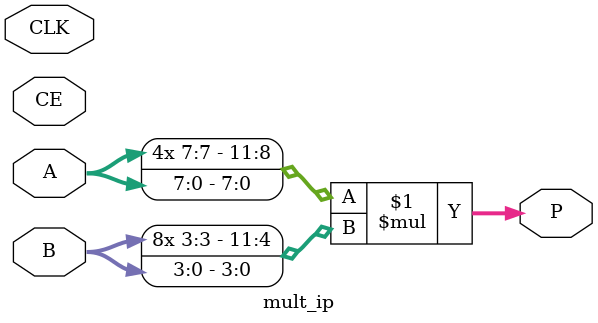
<source format=v>
`timescale 1ns / 1ps
module mult_ip(
    input  CLK,
    input  CE,
    input  [7:0] A,
    input  [3:0] B,
    output   [11:0] P
);
//assign  P=$unsigned(A) * $unsigned(B);
assign  P=$signed(A) * $signed(B);
endmodule
</source>
